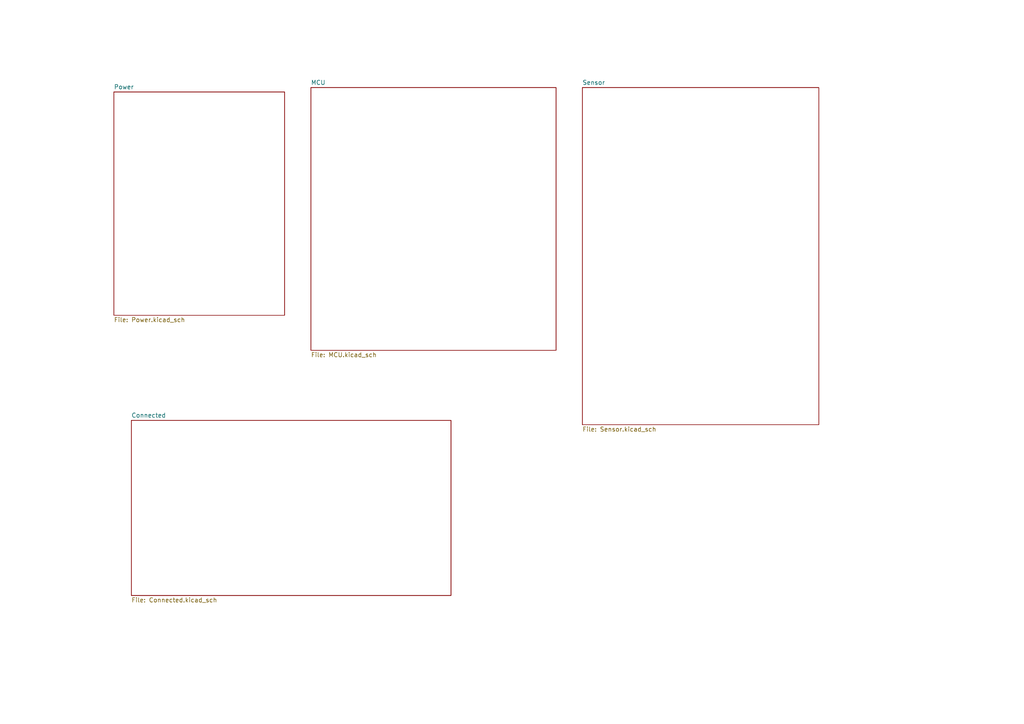
<source format=kicad_sch>
(kicad_sch
	(version 20250114)
	(generator "eeschema")
	(generator_version "9.0")
	(uuid "88b14abc-53b2-451b-925a-33a2a3793c40")
	(paper "A4")
	(lib_symbols)
	(sheet
		(at 168.91 25.4)
		(size 68.58 97.79)
		(exclude_from_sim no)
		(in_bom yes)
		(on_board yes)
		(dnp no)
		(fields_autoplaced yes)
		(stroke
			(width 0.1524)
			(type solid)
		)
		(fill
			(color 0 0 0 0.0000)
		)
		(uuid "071bb09c-53e9-40d5-a683-8c0a72f5ffce")
		(property "Sheetname" "Sensor"
			(at 168.91 24.6884 0)
			(effects
				(font
					(size 1.27 1.27)
				)
				(justify left bottom)
			)
		)
		(property "Sheetfile" "Sensor.kicad_sch"
			(at 168.91 123.7746 0)
			(effects
				(font
					(size 1.27 1.27)
				)
				(justify left top)
			)
		)
		(instances
			(project "FC"
				(path "/88b14abc-53b2-451b-925a-33a2a3793c40"
					(page "4")
				)
			)
		)
	)
	(sheet
		(at 90.17 25.4)
		(size 71.12 76.2)
		(exclude_from_sim no)
		(in_bom yes)
		(on_board yes)
		(dnp no)
		(fields_autoplaced yes)
		(stroke
			(width 0.1524)
			(type solid)
		)
		(fill
			(color 0 0 0 0.0000)
		)
		(uuid "a3cd5880-fdf4-4563-8ec2-558a934930ec")
		(property "Sheetname" "MCU"
			(at 90.17 24.6884 0)
			(effects
				(font
					(size 1.27 1.27)
				)
				(justify left bottom)
			)
		)
		(property "Sheetfile" "MCU.kicad_sch"
			(at 90.17 102.1846 0)
			(effects
				(font
					(size 1.27 1.27)
				)
				(justify left top)
			)
		)
		(instances
			(project "FC"
				(path "/88b14abc-53b2-451b-925a-33a2a3793c40"
					(page "3")
				)
			)
		)
	)
	(sheet
		(at 33.02 26.67)
		(size 49.53 64.77)
		(exclude_from_sim no)
		(in_bom yes)
		(on_board yes)
		(dnp no)
		(fields_autoplaced yes)
		(stroke
			(width 0.1524)
			(type solid)
		)
		(fill
			(color 0 0 0 0.0000)
		)
		(uuid "d156c6ca-1844-4a8d-8b00-00e7e84f7745")
		(property "Sheetname" "Power"
			(at 33.02 25.9584 0)
			(effects
				(font
					(size 1.27 1.27)
				)
				(justify left bottom)
			)
		)
		(property "Sheetfile" "Power.kicad_sch"
			(at 33.02 92.0246 0)
			(effects
				(font
					(size 1.27 1.27)
				)
				(justify left top)
			)
		)
		(instances
			(project "FC"
				(path "/88b14abc-53b2-451b-925a-33a2a3793c40"
					(page "2")
				)
			)
		)
	)
	(sheet
		(at 38.1 121.92)
		(size 92.71 50.8)
		(exclude_from_sim no)
		(in_bom yes)
		(on_board yes)
		(dnp no)
		(fields_autoplaced yes)
		(stroke
			(width 0.1524)
			(type solid)
		)
		(fill
			(color 0 0 0 0.0000)
		)
		(uuid "e5545c2c-34df-4799-904f-be6e432c936d")
		(property "Sheetname" "Connected"
			(at 38.1 121.2084 0)
			(effects
				(font
					(size 1.27 1.27)
				)
				(justify left bottom)
			)
		)
		(property "Sheetfile" "Connected.kicad_sch"
			(at 38.1 173.3046 0)
			(effects
				(font
					(size 1.27 1.27)
				)
				(justify left top)
			)
		)
		(instances
			(project "FC"
				(path "/88b14abc-53b2-451b-925a-33a2a3793c40"
					(page "5")
				)
			)
		)
	)
	(sheet_instances
		(path "/"
			(page "1")
		)
	)
	(embedded_fonts no)
)

</source>
